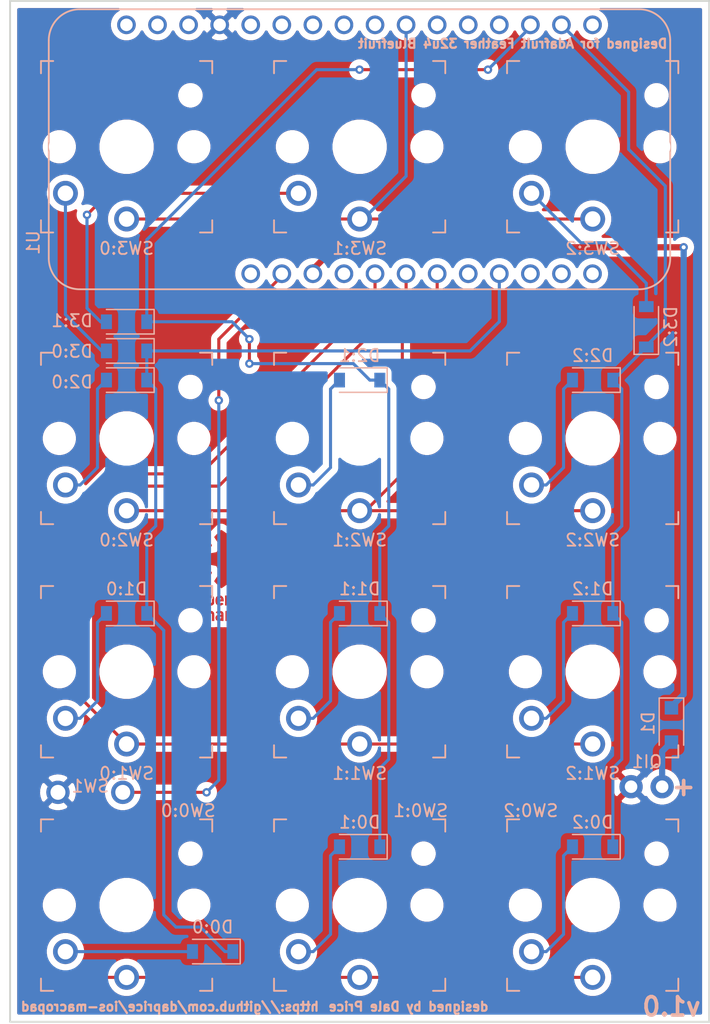
<source format=kicad_pcb>
(kicad_pcb (version 20171130) (host pcbnew "(5.1.4-0-10_14)")
  (layers (0 F.Cu signal) (31 B.Cu signal) (34 B.Paste user) (35 F.Paste user) (36 B.SilkS user) (37 F.SilkS user) (38 B.Mask user) (39 F.Mask user) (44 Edge.Cuts user))
  (net 0 "")
  (net 1 /COL0)
  (net 2 "Net-(D0:0-Pad2)")
  (net 3 /COL1)
  (net 4 "Net-(D0:1-Pad2)")
  (net 5 /COL2)
  (net 6 "Net-(D0:2-Pad2)")
  (net 7 /5V_USB)
  (net 8 "Net-(D1-Pad2)")
  (net 9 "Net-(D1:0-Pad2)")
  (net 10 "Net-(D1:1-Pad2)")
  (net 11 "Net-(D1:2-Pad2)")
  (net 12 "Net-(D2:0-Pad2)")
  (net 13 "Net-(D2:1-Pad2)")
  (net 14 "Net-(D2:2-Pad2)")
  (net 15 "Net-(D3:0-Pad2)")
  (net 16 "Net-(D3:1-Pad2)")
  (net 17 "Net-(D3:2-Pad2)")
  (net 18 GND)
  (net 19 /ROW0)
  (net 20 /ROW1)
  (net 21 /ROW2)
  (net 22 /ROW3)
  (net 23 "Net-(U1-Pad1)")
  (net 24 "Net-(SW1-Pad2)")
  (net 25 "Net-(U1-Pad4)")
  (net 26 "Net-(U1-Pad10)")
  (net 27 "Net-(U1-Pad11)")
  (net 28 "Net-(U1-Pad12)")
  (net 29 "Net-(U1-Pad13)")
  (net 30 "Net-(U1-Pad16)")
  (net 31 "Net-(U1-Pad17)")
  (net 32 "Net-(U1-Pad18)")
  (net 33 "Net-(U1-Pad20)")
  (net 34 "Net-(U1-Pad21)")
  (net 35 "Net-(U1-Pad22)")
  (net 36 "Net-(U1-Pad23)")
  (net 37 "Net-(U1-Pad24)")
  (net 38 "Net-(U1-Pad26)")
  (net 39 "Net-(U1-Pad27)")
  (net 40 "Net-(U1-Pad28)")
  (net 41 "Net-(U1-Pad8)")
  (module imacro:Feather32u4Bluefruit (layer B.Cu) (at 100 64.5)
    (fp_text reference U1 (at -26.67 7.62 270) (layer B.SilkS) (effects (justify mirror)))
    (fp_text value Feather32u4Bluefruit)
    (pad 1 thru_hole circle (at -8.89 10.16) (size 1.524 1.524) (drill 1.02) (layers *.Cu *.Mask) (net 23 "Net-(U1-Pad1)"))
    (pad 2 thru_hole circle (at -6.35 10.16) (size 1.524 1.524) (drill 1.02) (layers *.Cu *.Mask) (net 24 "Net-(SW1-Pad2)"))
    (pad 3 thru_hole circle (at -3.81 10.16) (size 1.524 1.524) (drill 1.02) (layers *.Cu *.Mask) (net 7 /5V_USB))
    (pad 4 thru_hole circle (at -1.27 10.16) (size 1.524 1.524) (drill 1.02) (layers *.Cu *.Mask) (net 25 "Net-(U1-Pad4)"))
    (pad 5 thru_hole circle (at 1.27 10.16) (size 1.524 1.524) (drill 1.02) (layers *.Cu *.Mask) (net 19 /ROW0))
    (pad 6 thru_hole circle (at 3.81 10.16) (size 1.524 1.524) (drill 1.02) (layers *.Cu *.Mask) (net 20 /ROW1))
    (pad 7 thru_hole circle (at 6.35 10.16) (size 1.524 1.524) (drill 1.02) (layers *.Cu *.Mask) (net 21 /ROW2))
    (pad 8 thru_hole circle (at 8.89 10.16) (size 1.524 1.524) (drill 1.02) (layers *.Cu *.Mask) (net 41 "Net-(U1-Pad8)"))
    (pad 9 thru_hole circle (at 11.43 10.16) (size 1.524 1.524) (drill 1.02) (layers *.Cu *.Mask) (net 1 /COL0))
    (pad 10 thru_hole circle (at 13.97 10.16) (size 1.524 1.524) (drill 1.02) (layers *.Cu *.Mask) (net 26 "Net-(U1-Pad10)"))
    (pad 11 thru_hole circle (at 16.51 10.16) (size 1.524 1.524) (drill 1.02) (layers *.Cu *.Mask) (net 27 "Net-(U1-Pad11)"))
    (pad 12 thru_hole circle (at 19.05 10.16) (size 1.524 1.524) (drill 1.02) (layers *.Cu *.Mask) (net 28 "Net-(U1-Pad12)"))
    (pad 13 thru_hole circle (at 19.05 -10.16) (size 1.524 1.524) (drill 1.02) (layers *.Cu *.Mask) (net 29 "Net-(U1-Pad13)"))
    (pad 14 thru_hole circle (at 16.51 -10.16) (size 1.524 1.524) (drill 1.02) (layers *.Cu *.Mask) (net 5 /COL2))
    (pad 15 thru_hole circle (at 13.97 -10.16) (size 1.524 1.524) (drill 1.02) (layers *.Cu *.Mask) (net 3 /COL1))
    (pad 16 thru_hole circle (at 11.43 -10.16) (size 1.524 1.524) (drill 1.02) (layers *.Cu *.Mask) (net 30 "Net-(U1-Pad16)"))
    (pad 17 thru_hole circle (at 8.89 -10.16) (size 1.524 1.524) (drill 1.02) (layers *.Cu *.Mask) (net 31 "Net-(U1-Pad17)"))
    (pad 18 thru_hole circle (at 6.35 -10.16) (size 1.524 1.524) (drill 1.02) (layers *.Cu *.Mask) (net 32 "Net-(U1-Pad18)"))
    (pad 19 thru_hole circle (at 3.81 -10.16) (size 1.524 1.524) (drill 1.02) (layers *.Cu *.Mask) (net 22 /ROW3))
    (pad 20 thru_hole circle (at 1.27 -10.16) (size 1.524 1.524) (drill 1.02) (layers *.Cu *.Mask) (net 33 "Net-(U1-Pad20)"))
    (pad 21 thru_hole circle (at -1.27 -10.16) (size 1.524 1.524) (drill 1.02) (layers *.Cu *.Mask) (net 34 "Net-(U1-Pad21)"))
    (pad 22 thru_hole circle (at -3.81 -10.16) (size 1.524 1.524) (drill 1.02) (layers *.Cu *.Mask) (net 35 "Net-(U1-Pad22)"))
    (pad 23 thru_hole circle (at -6.35 -10.16) (size 1.524 1.524) (drill 1.02) (layers *.Cu *.Mask) (net 36 "Net-(U1-Pad23)"))
    (pad 24 thru_hole circle (at -8.89 -10.16) (size 1.524 1.524) (drill 1.02) (layers *.Cu *.Mask) (net 37 "Net-(U1-Pad24)"))
    (pad 25 thru_hole circle (at -11.43 -10.16) (size 1.524 1.524) (drill 1.02) (layers *.Cu *.Mask) (net 18 GND))
    (pad 26 thru_hole circle (at -13.97 -10.16) (size 1.524 1.524) (drill 1.02) (layers *.Cu *.Mask) (net 38 "Net-(U1-Pad26)"))
    (pad 27 thru_hole circle (at -16.51 -10.16) (size 1.524 1.524) (drill 1.02) (layers *.Cu *.Mask) (net 39 "Net-(U1-Pad27)"))
    (pad 28 thru_hole circle (at -19.05 -10.16) (size 1.524 1.524) (drill 1.02) (layers *.Cu *.Mask) (net 40 "Net-(U1-Pad28)"))
  )
  (module Diodes_SMD:D_SOD-123 (layer B.Cu) (at 123.444 78.994 90)
    (fp_text reference D3:2 (at 0 2 90) (layer B.SilkS) (effects (justify mirror)))
    (fp_text value 1N4148)
    (pad 1 smd rect (at -1.65 0 90) (size 0.9 1.2) (layers B.Cu B.Paste B.Mask) (net 5 /COL2))
    (pad 2 smd rect (at 1.65 0 90) (size 0.9 1.2) (layers B.Cu B.Paste B.Mask) (net 17 "Net-(D3:2-Pad2)"))
  )
  (module Diodes_SMD:D_SOD-123 (layer B.Cu) (at 80.9625 78.58125 180)
    (fp_text reference D3:1 (at 4.4625 0.08125 180) (layer B.SilkS) (effects (justify mirror)))
    (fp_text value 1N4148)
    (pad 1 smd rect (at -1.65 0 180) (size 0.9 1.2) (layers B.Cu B.Paste B.Mask) (net 3 /COL1))
    (pad 2 smd rect (at 1.65 0 180) (size 0.9 1.2) (layers B.Cu B.Paste B.Mask) (net 16 "Net-(D3:1-Pad2)"))
  )
  (module Diodes_SMD:D_SOD-123 (layer B.Cu) (at 80.9625 80.9625 180)
    (fp_text reference D3:0 (at 4.4625 -0.0375 180) (layer B.SilkS) (effects (justify mirror)))
    (fp_text value 1N4148)
    (pad 1 smd rect (at -1.65 0 180) (size 0.9 1.2) (layers B.Cu B.Paste B.Mask) (net 1 /COL0))
    (pad 2 smd rect (at 1.65 0 180) (size 0.9 1.2) (layers B.Cu B.Paste B.Mask) (net 15 "Net-(D3:0-Pad2)"))
  )
  (module Diodes_SMD:D_SOD-123 (layer B.Cu) (at 119.0625 83.34375 180)
    (fp_text reference D2:2 (at 0 2 180) (layer B.SilkS) (effects (justify mirror)))
    (fp_text value 1N4148)
    (pad 1 smd rect (at -1.65 0 180) (size 0.9 1.2) (layers B.Cu B.Paste B.Mask) (net 5 /COL2))
    (pad 2 smd rect (at 1.65 0 180) (size 0.9 1.2) (layers B.Cu B.Paste B.Mask) (net 14 "Net-(D2:2-Pad2)"))
  )
  (module Diodes_SMD:D_SOD-123 (layer B.Cu) (at 100.0125 83.34375 180)
    (fp_text reference D2:1 (at 0 2 180) (layer B.SilkS) (effects (justify mirror)))
    (fp_text value 1N4148)
    (pad 1 smd rect (at -1.65 0 180) (size 0.9 1.2) (layers B.Cu B.Paste B.Mask) (net 3 /COL1))
    (pad 2 smd rect (at 1.65 0 180) (size 0.9 1.2) (layers B.Cu B.Paste B.Mask) (net 13 "Net-(D2:1-Pad2)"))
  )
  (module Diodes_SMD:D_SOD-123 (layer B.Cu) (at 80.9625 83.34375 180)
    (fp_text reference D2:0 (at 4.4625 -0.15625 180) (layer B.SilkS) (effects (justify mirror)))
    (fp_text value 1N4148)
    (pad 1 smd rect (at -1.65 0 180) (size 0.9 1.2) (layers B.Cu B.Paste B.Mask) (net 1 /COL0))
    (pad 2 smd rect (at 1.65 0 180) (size 0.9 1.2) (layers B.Cu B.Paste B.Mask) (net 12 "Net-(D2:0-Pad2)"))
  )
  (module Diodes_SMD:D_SOD-123 (layer B.Cu) (at 119.0625 102.39375 180)
    (fp_text reference D1:2 (at 0 2 180) (layer B.SilkS) (effects (justify mirror)))
    (fp_text value 1N4148)
    (pad 1 smd rect (at -1.65 0 180) (size 0.9 1.2) (layers B.Cu B.Paste B.Mask) (net 5 /COL2))
    (pad 2 smd rect (at 1.65 0 180) (size 0.9 1.2) (layers B.Cu B.Paste B.Mask) (net 11 "Net-(D1:2-Pad2)"))
  )
  (module Diodes_SMD:D_SOD-123 (layer B.Cu) (at 100.0125 102.39375 180)
    (fp_text reference D1:1 (at 0 2 180) (layer B.SilkS) (effects (justify mirror)))
    (fp_text value 1N4148)
    (pad 1 smd rect (at -1.65 0 180) (size 0.9 1.2) (layers B.Cu B.Paste B.Mask) (net 3 /COL1))
    (pad 2 smd rect (at 1.65 0 180) (size 0.9 1.2) (layers B.Cu B.Paste B.Mask) (net 10 "Net-(D1:1-Pad2)"))
  )
  (module Diodes_SMD:D_SOD-123 (layer B.Cu) (at 80.9625 102.39375 180)
    (fp_text reference D1:0 (at 0 2 180) (layer B.SilkS) (effects (justify mirror)))
    (fp_text value 1N4148)
    (pad 1 smd rect (at -1.65 0 180) (size 0.9 1.2) (layers B.Cu B.Paste B.Mask) (net 1 /COL0))
    (pad 2 smd rect (at 1.65 0 180) (size 0.9 1.2) (layers B.Cu B.Paste B.Mask) (net 9 "Net-(D1:0-Pad2)"))
  )
  (module Diodes_SMD:D_SOD-123F (layer B.Cu) (at 125.5 111.5 270)
    (fp_text reference D1 (at -0.127 1.905 270) (layer B.SilkS) (effects (justify mirror)))
    (fp_text value MBR120)
    (pad 1 smd rect (at -1.4 0 270) (size 1.1 1.1) (layers B.Cu B.Paste B.Mask) (net 7 /5V_USB))
    (pad 2 smd rect (at 1.4 0 270) (size 1.1 1.1) (layers B.Cu B.Paste B.Mask) (net 8 "Net-(D1-Pad2)"))
  )
  (module Diodes_SMD:D_SOD-123 (layer B.Cu) (at 119.0625 121.44375 180)
    (fp_text reference D0:2 (at 0 2 180) (layer B.SilkS) (effects (justify mirror)))
    (fp_text value 1N4148)
    (pad 1 smd rect (at -1.65 0 180) (size 0.9 1.2) (layers B.Cu B.Paste B.Mask) (net 5 /COL2))
    (pad 2 smd rect (at 1.65 0 180) (size 0.9 1.2) (layers B.Cu B.Paste B.Mask) (net 6 "Net-(D0:2-Pad2)"))
  )
  (module Diodes_SMD:D_SOD-123 (layer B.Cu) (at 100.0125 121.44375 180)
    (fp_text reference D0:1 (at 0 2 180) (layer B.SilkS) (effects (justify mirror)))
    (fp_text value 1N4148)
    (pad 1 smd rect (at -1.65 0 180) (size 0.9 1.2) (layers B.Cu B.Paste B.Mask) (net 3 /COL1))
    (pad 2 smd rect (at 1.65 0 180) (size 0.9 1.2) (layers B.Cu B.Paste B.Mask) (net 4 "Net-(D0:1-Pad2)"))
  )
  (module Diodes_SMD:D_SOD-123 (layer B.Cu) (at 88 130 180)
    (fp_text reference D0:0 (at 0 2 180) (layer B.SilkS) (effects (justify mirror)))
    (fp_text value 1N4148)
    (pad 1 smd rect (at -1.65 0 180) (size 0.9 1.2) (layers B.Cu B.Paste B.Mask) (net 1 /COL0))
    (pad 2 smd rect (at 1.65 0 180) (size 0.9 1.2) (layers B.Cu B.Paste B.Mask) (net 2 "Net-(D0:0-Pad2)"))
  )
  (module Symbols:OSHW-Logo_7.5x8mm_Copper (layer F.Cu) (at 90.5 99)
    (fp_text reference REF*** hide)
    (fp_text value OSHW-Logo_7.5x8mm_Copper hide)
    (fp_poly (pts (xy -2.53664 1.952468) (xy -2.501408 1.969874) (xy -2.45796 2.000206) (xy -2.426294 2.033283) (xy -2.404606 2.074817) (xy -2.391097 2.130522) (xy -2.383962 2.206111) (xy -2.3814 2.307296) (xy -2.38125 2.350797) (xy -2.381688 2.446135) (xy -2.383504 2.514271) (xy -2.387455 2.561418) (xy -2.394298 2.59379) (xy -2.404789 2.6176) (xy -2.415704 2.633843) (xy -2.485381 2.702952) (xy -2.567434 2.744521) (xy -2.65595 2.757023) (xy -2.745019 2.738934) (xy -2.773237 2.726142) (xy -2.84079 2.690931) (xy -2.84079 3.2427) (xy -2.791488 3.217205) (xy -2.726527 3.19748) (xy -2.64668 3.192427) (xy -2.566948 3.201756) (xy -2.506735 3.222714) (xy -2.456792 3.262627) (xy -2.414119 3.319741) (xy -2.41091 3.325605) (xy -2.397378 3.353227) (xy -2.387495 3.381068) (xy -2.380691 3.414794) (xy -2.376399 3.460071) (xy -2.374049 3.522562) (xy -2.373072 3.607935) (xy -2.372895 3.70401) (xy -2.372895 4.010526) (xy -2.556711 4.010526) (xy -2.556711 3.445339) (xy -2.608125 3.402077) (xy -2.661534 3.367472) (xy -2.712112 3.36118) (xy -2.76297 3.377372) (xy -2.790075 3.393227) (xy -2.810249 3.41581) (xy -2.824597 3.44994) (xy -2.834224 3.500434) (xy -2.840237 3.572111) (xy -2.84374 3.669788) (xy -2.844974 3.734802) (xy -2.849145 4.002171) (xy -2.936875 4.007222) (xy -3.024606 4.012273) (xy -3.024606 2.353101) (xy -2.84079 2.353101) (xy -2.836104 2.4456) (xy -2.820312 2.509809) (xy -2.790817 2.549759) (xy -2.74502 2.56948) (xy -2.69875 2.573421) (xy -2.646372 2.568892) (xy -2.61161 2.551069) (xy -2.589872 2.527519) (xy -2.57276 2.502189) (xy -2.562573 2.473969) (xy -2.55804 2.434431) (xy -2.557891 2.375142) (xy -2.559416 2.325498) (xy -2.562919 2.25071) (xy -2.568133 2.201611) (xy -2.576913 2.170467) (xy -2.591114 2.149545) (xy -2.604516 2.137452) (xy -2.660513 2.111081) (xy -2.726789 2.106822) (xy -2.764844 2.115906) (xy -2.802523 2.148196) (xy -2.827481 2.211006) (xy -2.839578 2.303894) (xy -2.84079 2.353101) (xy -3.024606 2.353101) (xy -3.024606 1.938421) (xy -2.932698 1.938421) (xy -2.877517 1.940603) (xy -2.849048 1.948351) (xy -2.840794 1.963468) (xy -2.84079 1.963916) (xy -2.83696 1.97872) (xy -2.820067 1.977039) (xy -2.786481 1.960772) (xy -2.708222 1.935887) (xy -2.620173 1.933271) (xy -2.53664 1.952468)) (layer F.Cu) (width 0.01))
    (fp_poly (pts (xy -1.839543 3.198184) (xy -1.76093 3.21916) (xy -1.701084 3.25718) (xy -1.658853 3.306978) (xy -1.645725 3.32823) (xy -1.636032 3.350492) (xy -1.629256 3.37897) (xy -1.624877 3.418871) (xy -1.622376 3.475401) (xy -1.621232 3.553767) (xy -1.620928 3.659176) (xy -1.620922 3.687142) (xy -1.620922 4.010526) (xy -1.701132 4.010526) (xy -1.752294 4.006943) (xy -1.790123 3.997866) (xy -1.799601 3.992268) (xy -1.825512 3.982606) (xy -1.851976 3.992268) (xy -1.895548 4.00433) (xy -1.95884 4.009185) (xy -2.02899 4.007078) (xy -2.09314 3.998256) (xy -2.130593 3.986937) (xy -2.203067 3.940412) (xy -2.24836 3.875846) (xy -2.268722 3.79) (xy -2.268912 3.787796) (xy -2.267125 3.749713) (xy -2.105527 3.749713) (xy -2.091399 3.79303) (xy -2.068388 3.817408) (xy -2.022196 3.835845) (xy -1.961225 3.843205) (xy -1.899051 3.839583) (xy -1.849249 3.825074) (xy -1.835297 3.815765) (xy -1.810915 3.772753) (xy -1.804737 3.723857) (xy -1.804737 3.659605) (xy -1.897182 3.659605) (xy -1.985005 3.666366) (xy -2.051582 3.68552) (xy -2.092998 3.715376) (xy -2.105527 3.749713) (xy -2.267125 3.749713) (xy -2.26451 3.694004) (xy -2.233576 3.619847) (xy -2.175419 3.563767) (xy -2.16738 3.558665) (xy -2.132837 3.542055) (xy -2.090082 3.531996) (xy -2.030314 3.527107) (xy -1.95931 3.525983) (xy -1.804737 3.525921) (xy -1.804737 3.461125) (xy -1.811294 3.41085) (xy -1.828025 3.377169) (xy -1.829984 3.375376) (xy -1.867217 3.360642) (xy -1.92342 3.354931) (xy -1.985533 3.357737) (xy -2.04049 3.368556) (xy -2.073101 3.384782) (xy -2.090772 3.39778) (xy -2.109431 3.400262) (xy -2.135181 3.389613) (xy -2.174127 3.363218) (xy -2.23237 3.318465) (xy -2.237716 3.314273) (xy -2.234977 3.29876) (xy -2.212124 3.27296) (xy -2.177391 3.244289) (xy -2.13901 3.220166) (xy -2.126952 3.21447) (xy -2.082966 3.203103) (xy -2.018513 3.194995) (xy -1.946503 3.191743) (xy -1.943136 3.191736) (xy -1.839543 3.198184)) (layer F.Cu) (width 0.01))
    (fp_poly (pts (xy -1.320119 3.193486) (xy -1.295112 3.200982) (xy -1.28705 3.217451) (xy -1.286711 3.224886) (xy -1.285264 3.245594) (xy -1.275302 3.248845) (xy -1.248388 3.234648) (xy -1.232402 3.224948) (xy -1.181967 3.204175) (xy -1.121728 3.193904) (xy -1.058566 3.193114) (xy -0.999363 3.200786) (xy -0.950998 3.215898) (xy -0.920354 3.237432) (xy -0.914311 3.264366) (xy -0.917361 3.27166) (xy -0.939594 3.301937) (xy -0.97407 3.339175) (xy -0.980306 3.345195) (xy -1.013167 3.372875) (xy -1.04152 3.381818) (xy -1.081173 3.375576) (xy -1.097058 3.371429) (xy -1.146491 3.361467) (xy -1.181248 3.365947) (xy -1.2106 3.381746) (xy -1.237487 3.402949) (xy -1.25729 3.429614) (xy -1.271052 3.466827) (xy -1.279816 3.519673) (xy -1.284626 3.593237) (xy -1.286526 3.692605) (xy -1.286711 3.752601) (xy -1.286711 4.010526) (xy -1.453816 4.010526) (xy -1.453816 3.19171) (xy -1.370264 3.19171) (xy -1.320119 3.193486)) (layer F.Cu) (width 0.01))
    (fp_poly (pts (xy -0.267369 4.010526) (xy -0.359277 4.010526) (xy -0.412623 4.008962) (xy -0.440407 4.002485) (xy -0.45041 3.988418) (xy -0.451185 3.978906) (xy -0.452872 3.959832) (xy -0.46351 3.956174) (xy -0.491465 3.967932) (xy -0.513205 3.978906) (xy -0.596668 4.004911) (xy -0.687396 4.006416) (xy -0.761158 3.987021) (xy -0.829846 3.940165) (xy -0.882206 3.871004) (xy -0.910878 3.789427) (xy -0.911608 3.784866) (xy -0.915868 3.735101) (xy -0.917986 3.663659) (xy -0.917816 3.609626) (xy -0.73528 3.609626) (xy -0.731051 3.681441) (xy -0.721432 3.740634) (xy -0.70841 3.77406) (xy -0.659144 3.81974) (xy -0.60065 3.836115) (xy -0.540329 3.822873) (xy -0.488783 3.783373) (xy -0.469262 3.756807) (xy -0.457848 3.725106) (xy -0.452502 3.678832) (xy -0.451185 3.609328) (xy -0.453542 3.540499) (xy -0.459767 3.480026) (xy -0.468592 3.439556) (xy -0.470063 3.435929) (xy -0.505653 3.392802) (xy -0.5576 3.369124) (xy -0.615722 3.365301) (xy -0.66984 3.381738) (xy -0.709774 3.41884) (xy -0.713917 3.426222) (xy -0.726884 3.471239) (xy -0.733948 3.535967) (xy -0.73528 3.609626) (xy -0.917816 3.609626) (xy -0.917729 3.58223) (xy -0.916528 3.538405) (xy -0.908355 3.429988) (xy -0.89137 3.348588) (xy -0.863113 3.288412) (xy -0.821128 3.243666) (xy -0.780368 3.2174) (xy -0.723419 3.198935) (xy -0.652589 3.192602) (xy -0.580059 3.19776) (xy -0.518014 3.213769) (xy -0.485232 3.23292) (xy -0.451185 3.263732) (xy -0.451185 2.87421) (xy -0.267369 2.87421) (xy -0.267369 4.010526)) (layer F.Cu) (width 0.01))
    (fp_poly (pts (xy 0.37413 3.195104) (xy 0.44022 3.200066) (xy 0.526626 3.459079) (xy 0.613031 3.718092) (xy 0.640124 3.626184) (xy 0.656428 3.569384) (xy 0.677875 3.492625) (xy 0.701035 3.408251) (xy 0.71328 3.362993) (xy 0.759344 3.19171) (xy 0.949387 3.19171) (xy 0.892582 3.371349) (xy 0.864607 3.459704) (xy 0.830813 3.566281) (xy 0.79552 3.677454) (xy 0.764013 3.776579) (xy 0.69225 4.002171) (xy 0.537286 4.012253) (xy 0.49527 3.873528) (xy 0.469359 3.787351) (xy 0.441083 3.692347) (xy 0.416369 3.608441) (xy 0.415394 3.605102) (xy 0.396935 3.548248) (xy 0.380649 3.509456) (xy 0.369242 3.494787) (xy 0.366898 3.496483) (xy 0.358671 3.519225) (xy 0.343038 3.56794) (xy 0.321904 3.636502) (xy 0.29717 3.718785) (xy 0.283787 3.764046) (xy 0.211311 4.010526) (xy 0.057495 4.010526) (xy -0.065469 3.622006) (xy -0.100012 3.513022) (xy -0.131479 3.414048) (xy -0.158384 3.329736) (xy -0.179241 3.264734) (xy -0.192562 3.223692) (xy -0.196612 3.211701) (xy -0.193406 3.199423) (xy -0.168235 3.194046) (xy -0.115854 3.194584) (xy -0.107655 3.19499) (xy -0.010518 3.200066) (xy 0.0531 3.434013) (xy 0.076484 3.519333) (xy 0.097381 3.594335) (xy 0.113951 3.652507) (xy 0.124354 3.687337) (xy 0.126276 3.693016) (xy 0.134241 3.686486) (xy 0.150304 3.652654) (xy 0.172621 3.596127) (xy 0.199345 3.52151) (xy 0.221937 3.454107) (xy 0.308041 3.190143) (xy 0.37413 3.195104)) (layer F.Cu) (width 0.01))
    (fp_poly (pts (xy 1.379992 3.196673) (xy 1.450427 3.21378) (xy 1.470787 3.222844) (xy 1.510253 3.246583) (xy 1.540541 3.273321) (xy 1.562952 3.307699) (xy 1.578786 3.35436) (xy 1.589343 3.417946) (xy 1.595924 3.503099) (xy 1.599828 3.614462) (xy 1.60131 3.688849) (xy 1.606765 4.010526) (xy 1.51358 4.010526) (xy 1.457047 4.008156) (xy 1.427922 4.000055) (xy 1.420394 3.986451) (xy 1.41642 3.971741) (xy 1.398652 3.974554) (xy 1.37444 3.986348) (xy 1.313828 4.004427) (xy 1.235929 4.009299) (xy 1.153995 4.00133) (xy 1.081281 3.980889) (xy 1.074759 3.978051) (xy 1.008302 3.931365) (xy 0.964491 3.866464) (xy 0.944332 3.7906) (xy 0.945872 3.763344) (xy 1.110345 3.763344) (xy 1.124837 3.800024) (xy 1.167805 3.826309) (xy 1.237129 3.840417) (xy 1.274177 3.84229) (xy 1.335919 3.837494) (xy 1.37696 3.818858) (xy 1.386973 3.81) (xy 1.4141 3.761806) (xy 1.420394 3.718092) (xy 1.420394 3.659605) (xy 1.33893 3.659605) (xy 1.244234 3.664432) (xy 1.177813 3.679613) (xy 1.135846 3.7062) (xy 1.126449 3.718052) (xy 1.110345 3.763344) (xy 0.945872 3.763344) (xy 0.948829 3.711026) (xy 0.978985 3.634995) (xy 1.020131 3.583612) (xy 1.045052 3.561397) (xy 1.069448 3.546798) (xy 1.101191 3.537897) (xy 1.148152 3.532775) (xy 1.218204 3.529515) (xy 1.24599 3.528577) (xy 1.420394 3.522879) (xy 1.420138 3.470091) (xy 1.413384 3.414603) (xy 1.388964 3.381052) (xy 1.33963 3.359618) (xy 1.338306 3.359236) (xy 1.26836 3.350808) (xy 1.199914 3.361816) (xy 1.149047 3.388585) (xy 1.128637 3.401803) (xy 1.106654 3.399974) (xy 1.072826 3.380824) (xy 1.052961 3.367308) (xy 1.014106 3.338432) (xy 0.990038 3.316786) (xy 0.986176 3.310589) (xy 1.002079 3.278519) (xy 1.049065 3.240219) (xy 1.069473 3.227297) (xy 1.128143 3.205041) (xy 1.207212 3.192432) (xy 1.295041 3.1896) (xy 1.379992 3.196673)) (layer F.Cu) (width 0.01))
    (fp_poly (pts (xy 2.173167 3.191447) (xy 2.237408 3.204112) (xy 2.27398 3.222864) (xy 2.312453 3.254017) (xy 2.257717 3.323127) (xy 2.223969 3.364979) (xy 2.201053 3.385398) (xy 2.178279 3.388517) (xy 2.144956 3.378472) (xy 2.129314 3.372789) (xy 2.065542 3.364404) (xy 2.00714 3.382378) (xy 1.964264 3.422982) (xy 1.957299 3.435929) (xy 1.949713 3.470224) (xy 1.943859 3.533427) (xy 1.940011 3.62106) (xy 1.938443 3.72864) (xy 1.938421 3.743944) (xy 1.938421 4.010526) (xy 1.754605 4.010526) (xy 1.754605 3.19171) (xy 1.846513 3.19171) (xy 1.899507 3.193094) (xy 1.927115 3.199252) (xy 1.937324 3.213194) (xy 1.938421 3.226344) (xy 1.938421 3.260978) (xy 1.98245 3.226344) (xy 2.032937 3.202716) (xy 2.10076 3.191033) (xy 2.173167 3.191447)) (layer F.Cu) (width 0.01))
    (fp_poly (pts (xy 2.701193 3.196078) (xy 2.781068 3.216845) (xy 2.847962 3.259705) (xy 2.880351 3.291723) (xy 2.933445 3.367413) (xy 2.963873 3.455216) (xy 2.974327 3.56315) (xy 2.97438 3.571875) (xy 2.974473 3.659605) (xy 2.469534 3.659605) (xy 2.480298 3.705559) (xy 2.499732 3.747178) (xy 2.533745 3.790544) (xy 2.54086 3.797467) (xy 2.602003 3.834935) (xy 2.671729 3.841289) (xy 2.751987 3.816638) (xy 2.765592 3.81) (xy 2.807319 3.789819) (xy 2.835268 3.778321) (xy 2.840145 3.777258) (xy 2.857168 3.787583) (xy 2.889633 3.812845) (xy 2.906114 3.82665) (xy 2.940264 3.858361) (xy 2.951478 3.879299) (xy 2.943695 3.89856) (xy 2.939535 3.903827) (xy 2.911357 3.926878) (xy 2.864862 3.954892) (xy 2.832434 3.971246) (xy 2.740385 4.000059) (xy 2.638476 4.009395) (xy 2.541963 3.998332) (xy 2.514934 3.990412) (xy 2.431276 3.945581) (xy 2.369266 3.876598) (xy 2.328545 3.782794) (xy 2.308755 3.663498) (xy 2.306582 3.601118) (xy 2.312926 3.510298) (xy 2.473157 3.510298) (xy 2.488655 3.517012) (xy 2.530312 3.52228) (xy 2.590876 3.525389) (xy 2.631907 3.525921) (xy 2.705711 3.525408) (xy 2.752293 3.523006) (xy 2.777848 3.517422) (xy 2.788569 3.507361) (xy 2.790657 3.492763) (xy 2.776331 3.447796) (xy 2.740262 3.403353) (xy 2.692815 3.369242) (xy 2.645349 3.355288) (xy 2.580879 3.367666) (xy 2.52507 3.403452) (xy 2.486374 3.455033) (xy 2.473157 3.510298) (xy 2.312926 3.510298) (xy 2.315821 3.468866) (xy 2.344336 3.363498) (xy 2.392729 3.284178) (xy 2.461604 3.230071) (xy 2.551565 3.200343) (xy 2.6003 3.194618) (xy 2.701193 3.196078)) (layer F.Cu) (width 0.01))
    (fp_poly (pts (xy -3.373216 1.947104) (xy -3.285795 1.985754) (xy -3.21943 2.05029) (xy -3.174024 2.140812) (xy -3.149482 2.257418) (xy -3.147723 2.275624) (xy -3.146344 2.403984) (xy -3.164216 2.516496) (xy -3.20025 2.607688) (xy -3.219545 2.637022) (xy -3.286755 2.699106) (xy -3.37235 2.739316) (xy -3.46811 2.756003) (xy -3.565813 2.747517) (xy -3.640083 2.72138) (xy -3.703953 2.677335) (xy -3.756154 2.619587) (xy -3.757057 2.618236) (xy -3.778256 2.582593) (xy -3.792033 2.546752) (xy -3.800376 2.501519) (xy -3.805273 2.437701) (xy -3.807431 2.385368) (xy -3.808329 2.33791) (xy -3.641257 2.33791) (xy -3.639624 2.385154) (xy -3.633696 2.448046) (xy -3.623239 2.488407) (xy -3.604381 2.517122) (xy -3.586719 2.533896) (xy -3.524106 2.569016) (xy -3.458592 2.57371) (xy -3.397579 2.54844) (xy -3.367072 2.520124) (xy -3.345089 2.491589) (xy -3.332231 2.464284) (xy -3.326588 2.42875) (xy -3.326249 2.375524) (xy -3.327988 2.326506) (xy -3.331729 2.256482) (xy -3.337659 2.211064) (xy -3.348347 2.18144) (xy -3.366361 2.158797) (xy -3.380637 2.145855) (xy -3.440349 2.11186) (xy -3.504766 2.110165) (xy -3.558781 2.130301) (xy -3.60486 2.172352) (xy -3.632311 2.241428) (xy -3.641257 2.33791) (xy -3.808329 2.33791) (xy -3.809401 2.281299) (xy -3.806036 2.203468) (xy -3.795955 2.14493) (xy -3.777774 2.098737) (xy -3.75011 2.057942) (xy -3.739854 2.045828) (xy -3.675722 1.985474) (xy -3.606934 1.95022) (xy -3.522811 1.93545) (xy -3.481791 1.934243) (xy -3.373216 1.947104)) (layer F.Cu) (width 0.01))
    (fp_poly (pts (xy -1.802982 1.957027) (xy -1.78633 1.964866) (xy -1.728695 2.007086) (xy -1.674195 2.0687) (xy -1.633501 2.136543) (xy -1.621926 2.167734) (xy -1.611366 2.223449) (xy -1.605069 2.290781) (xy -1.604304 2.318585) (xy -1.604211 2.406316) (xy -2.10915 2.406316) (xy -2.098387 2.45227) (xy -2.071967 2.50662) (xy -2.025778 2.553591) (xy -1.970828 2.583848) (xy -1.935811 2.590131) (xy -1.888323 2.582506) (xy -1.831665 2.563383) (xy -1.812418 2.554584) (xy -1.741241 2.519036) (xy -1.680498 2.565367) (xy -1.645448 2.596703) (xy -1.626798 2.622567) (xy -1.625853 2.630158) (xy -1.642515 2.648556) (xy -1.67903 2.676515) (xy -1.712172 2.698327) (xy -1.801607 2.737537) (xy -1.901871 2.755285) (xy -2.001246 2.75067) (xy -2.080461 2.726551) (xy -2.16212 2.674884) (xy -2.220151 2.606856) (xy -2.256454 2.518843) (xy -2.272928 2.407216) (xy -2.274389 2.356138) (xy -2.268543 2.239091) (xy -2.267825 2.235686) (xy -2.100511 2.235686) (xy -2.095903 2.246662) (xy -2.076964 2.252715) (xy -2.037902 2.25531) (xy -1.972923 2.25591) (xy -1.947903 2.255921) (xy -1.871779 2.255014) (xy -1.823504 2.25172) (xy -1.79754 2.245181) (xy -1.788352 2.234537) (xy -1.788027 2.231119) (xy -1.798513 2.203956) (xy -1.824758 2.165903) (xy -1.836041 2.152579) (xy -1.877928 2.114896) (xy -1.921591 2.10008) (xy -1.945115 2.098842) (xy -2.008757 2.114329) (xy -2.062127 2.15593) (xy -2.095981 2.216353) (xy -2.096581 2.218322) (xy -2.100511 2.235686) (xy -2.267825 2.235686) (xy -2.249101 2.146928) (xy -2.214078 2.07319) (xy -2.171244 2.020848) (xy -2.092052 1.964092) (xy -1.99896 1.933762) (xy -1.899945 1.931021) (xy -1.802982 1.957027)) (layer F.Cu) (width 0.01))
    (fp_poly (pts (xy 0.018628 1.935547) (xy 0.081908 1.947548) (xy 0.147557 1.972648) (xy 0.154572 1.975848) (xy 0.204356 2.002026) (xy 0.238834 2.026353) (xy 0.249978 2.041937) (xy 0.239366 2.067353) (xy 0.213588 2.104853) (xy 0.202146 2.118852) (xy 0.154992 2.173954) (xy 0.094201 2.138086) (xy 0.036347 2.114192) (xy -0.0305 2.10142) (xy -0.094606 2.100613) (xy -0.144236 2.112615) (xy -0.156146 2.120105) (xy -0.178828 2.15445) (xy -0.181584 2.194013) (xy -0.164612 2.22492) (xy -0.154573 2.230913) (xy -0.12449 2.238357) (xy -0.071611 2.247106) (xy -0.006425 2.255467) (xy 0.0056 2.256778) (xy 0.110297 2.274888) (xy 0.186232 2.305651) (xy 0.236592 2.351907) (xy 0.264564 2.416497) (xy 0.273278 2.495387) (xy 0.26124 2.585065) (xy 0.222151 2.655486) (xy 0.155855 2.706777) (xy 0.062194 2.739067) (xy -0.041777 2.751807) (xy -0.126562 2.751654) (xy -0.195335 2.740083) (xy -0.242303 2.724109) (xy -0.30165 2.696275) (xy -0.356494 2.663973) (xy -0.375987 2.649755) (xy -0.426119 2.608835) (xy -0.305197 2.486477) (xy -0.236457 2.531967) (xy -0.167512 2.566133) (xy -0.093889 2.584004) (xy -0.023117 2.585889) (xy 0.037274 2.572101) (xy 0.079757 2.542949) (xy 0.093474 2.518352) (xy 0.091417 2.478904) (xy 0.05733 2.448737) (xy -0.008692 2.427906) (xy -0.081026 2.418279) (xy -0.192348 2.39991) (xy -0.275048 2.365254) (xy -0.330235 2.313297) (xy -0.359012 2.243023) (xy -0.362999 2.159707) (xy -0.343307 2.072681) (xy -0.298411 2.006902) (xy -0.227909 1.962068) (xy -0.131399 1.937879) (xy -0.0599 1.933137) (xy 0.018628 1.935547)) (layer F.Cu) (width 0.01))
    (fp_poly (pts (xy 0.811669 1.94831) (xy 0.896192 1.99434) (xy 0.962321 2.067006) (xy 0.993478 2.126106) (xy 1.006855 2.178305) (xy 1.015522 2.252719) (xy 1.019237 2.338442) (xy 1.017754 2.424569) (xy 1.010831 2.500193) (xy 1.002745 2.540584) (xy 0.975465 2.59584) (xy 0.92822 2.65453) (xy 0.871282 2.705852) (xy 0.814924 2.739005) (xy 0.81355 2.739531) (xy 0.743616 2.754018) (xy 0.660737 2.754377) (xy 0.581977 2.741188) (xy 0.551566 2.730617) (xy 0.473239 2.686201) (xy 0.417143 2.628007) (xy 0.380286 2.550965) (xy 0.35968 2.450001) (xy 0.355018 2.397116) (xy 0.355613 2.330663) (xy 0.534736 2.330663) (xy 0.54077 2.42763) (xy 0.558138 2.501523) (xy 0.58574 2.548736) (xy 0.605404 2.562237) (xy 0.655787 2.571651) (xy 0.715673 2.568864) (xy 0.767449 2.555316) (xy 0.781027 2.547862) (xy 0.816849 2.504451) (xy 0.840493 2.438014) (xy 0.850558 2.357161) (xy 0.845642 2.270502) (xy 0.834655 2.218349) (xy 0.803109 2.157951) (xy 0.753311 2.120197) (xy 0.693337 2.107143) (xy 0.631264 2.120849) (xy 0.583582 2.154372) (xy 0.558525 2.182031) (xy 0.5439 2.209294) (xy 0.536929 2.24619) (xy 0.534833 2.30275) (xy 0.534736 2.330663) (xy 0.355613 2.330663) (xy 0.356282 2.255994) (xy 0.379265 2.140271) (xy 0.423972 2.049941) (xy 0.490405 1.985) (xy 0.578565 1.945445) (xy 0.597495 1.940858) (xy 0.711266 1.93009) (xy 0.811669 1.94831)) (layer F.Cu) (width 0.01))
    (fp_poly (pts (xy 1.320131 2.198533) (xy 1.32171 2.321089) (xy 1.327481 2.414179) (xy 1.338991 2.481651) (xy 1.35779 2.527355) (xy 1.385426 2.555139) (xy 1.423448 2.568854) (xy 1.470526 2.572358) (xy 1.519832 2.568432) (xy 1.557283 2.554089) (xy 1.584428 2.525478) (xy 1.602815 2.478751) (xy 1.613993 2.410058) (xy 1.619511 2.31555) (xy 1.620921 2.198533) (xy 1.620921 1.938421) (xy 1.804736 1.938421) (xy 1.804736 2.740526) (xy 1.712828 2.740526) (xy 1.657422 2.738281) (xy 1.628891 2.730396) (xy 1.620921 2.715428) (xy 1.61612 2.702097) (xy 1.597014 2.704917) (xy 1.558504 2.723783) (xy 1.470239 2.752887) (xy 1.376623 2.750825) (xy 1.286921 2.719221) (xy 1.244204 2.694257) (xy 1.211621 2.667226) (xy 1.187817 2.633405) (xy 1.171439 2.588068) (xy 1.161131 2.526489) (xy 1.155541 2.443943) (xy 1.153312 2.335705) (xy 1.153026 2.252004) (xy 1.153026 1.938421) (xy 1.320131 1.938421) (xy 1.320131 2.198533)) (layer F.Cu) (width 0.01))
    (fp_poly (pts (xy 2.946576 1.945419) (xy 3.043395 1.986549) (xy 3.07389 2.006571) (xy 3.112865 2.03734) (xy 3.137331 2.061533) (xy 3.141578 2.069413) (xy 3.129584 2.086899) (xy 3.098887 2.11657) (xy 3.074312 2.137279) (xy 3.007046 2.191336) (xy 2.95393 2.146642) (xy 2.912884 2.117789) (xy 2.872863 2.107829) (xy 2.827059 2.110261) (xy 2.754324 2.128345) (xy 2.704256 2.165881) (xy 2.673829 2.226562) (xy 2.660017 2.314081) (xy 2.660013 2.314136) (xy 2.661208 2.411958) (xy 2.679772 2.48373) (xy 2.716804 2.532595) (xy 2.74205 2.549143) (xy 2.809097 2.569749) (xy 2.880709 2.569762) (xy 2.943015 2.549768) (xy 2.957763 2.54) (xy 2.99475 2.515047) (xy 3.023668 2.510958) (xy 3.054856 2.52953) (xy 3.089336 2.562887) (xy 3.143912 2.619196) (xy 3.083318 2.669142) (xy 2.989698 2.725513) (xy 2.884125 2.753293) (xy 2.773798 2.751282) (xy 2.701343 2.732862) (xy 2.616656 2.68731) (xy 2.548927 2.61565) (xy 2.518157 2.565066) (xy 2.493236 2.492488) (xy 2.480766 2.400569) (xy 2.48067 2.300948) (xy 2.49287 2.205267) (xy 2.51729 2.125169) (xy 2.521136 2.116956) (xy 2.578093 2.036413) (xy 2.655209 1.977771) (xy 2.74639 1.942247) (xy 2.845543 1.931057) (xy 2.946576 1.945419)) (layer F.Cu) (width 0.01))
    (fp_poly (pts (xy 3.558784 1.935554) (xy 3.601574 1.945949) (xy 3.683609 1.984013) (xy 3.753757 2.042149) (xy 3.802305 2.111852) (xy 3.808975 2.127502) (xy 3.818124 2.168496) (xy 3.824529 2.229138) (xy 3.82671 2.29043) (xy 3.82671 2.406316) (xy 3.584407 2.406316) (xy 3.484471 2.406693) (xy 3.414069 2.408987) (xy 3.369313 2.414938) (xy 3.346315 2.426285) (xy 3.341189 2.444771) (xy 3.350048 2.472136) (xy 3.365917 2.504155) (xy 3.410184 2.557592) (xy 3.471699 2.584215) (xy 3.546885 2.583347) (xy 3.632053 2.554371) (xy 3.705659 2.518611) (xy 3.766734 2.566904) (xy 3.82781 2.615197) (xy 3.770351 2.668285) (xy 3.693641 2.718445) (xy 3.599302 2.748688) (xy 3.497827 2.757151) (xy 3.399711 2.741974) (xy 3.383881 2.736824) (xy 3.297647 2.691791) (xy 3.233501 2.624652) (xy 3.190091 2.533405) (xy 3.166064 2.416044) (xy 3.165784 2.413529) (xy 3.163633 2.285627) (xy 3.172329 2.239997) (xy 3.342105 2.239997) (xy 3.357697 2.247013) (xy 3.400029 2.252388) (xy 3.462434 2.255457) (xy 3.501981 2.255921) (xy 3.575728 2.25563) (xy 3.62184 2.253783) (xy 3.6461 2.248912) (xy 3.654294 2.239555) (xy 3.652206 2.224245) (xy 3.650455 2.218322) (xy 3.62056 2.162668) (xy 3.573542 2.117815) (xy 3.532049 2.098105) (xy 3.476926 2.099295) (xy 3.421068 2.123875) (xy 3.374212 2.16457) (xy 3.346094 2.214108) (xy 3.342105 2.239997) (xy 3.172329 2.239997) (xy 3.185074 2.173133) (xy 3.227611 2.078727) (xy 3.288747 2.005088) (xy 3.365985 1.954893) (xy 3.45683 1.930822) (xy 3.558784 1.935554)) (layer F.Cu) (width 0.01))
    (fp_poly (pts (xy -1.002043 1.952226) (xy -0.960454 1.97209) (xy -0.920175 2.000784) (xy -0.88949 2.033809) (xy -0.867139 2.075931) (xy -0.851864 2.131915) (xy -0.842408 2.206528) (xy -0.837513 2.304535) (xy -0.835919 2.430702) (xy -0.835894 2.443914) (xy -0.835527 2.740526) (xy -1.019343 2.740526) (xy -1.019343 2.467081) (xy -1.019473 2.365777) (xy -1.020379 2.292353) (xy -1.022827 2.241271) (xy -1.027586 2.20699) (xy -1.035426 2.183971) (xy -1.047115 2.166673) (xy -1.063398 2.149581) (xy -1.120366 2.112857) (xy -1.182555 2.106042) (xy -1.241801 2.129261) (xy -1.262405 2.146543) (xy -1.27753 2.162791) (xy -1.28839 2.180191) (xy -1.29569 2.204212) (xy -1.300137 2.240322) (xy -1.302436 2.293988) (xy -1.303296 2.37068) (xy -1.303422 2.464043) (xy -1.303422 2.740526) (xy -1.487237 2.740526) (xy -1.487237 1.938421) (xy -1.395329 1.938421) (xy -1.340149 1.940603) (xy -1.31168 1.948351) (xy -1.303425 1.963468) (xy -1.303422 1.963916) (xy -1.299592 1.97872) (xy -1.282699 1.97704) (xy -1.249112 1.960773) (xy -1.172937 1.93684) (xy -1.0858 1.934178) (xy -1.002043 1.952226)) (layer F.Cu) (width 0.01))
    (fp_poly (pts (xy 2.391388 1.937645) (xy 2.448865 1.955206) (xy 2.485872 1.977395) (xy 2.497927 1.994942) (xy 2.494609 2.015742) (xy 2.473079 2.048419) (xy 2.454874 2.071562) (xy 2.417344 2.113402) (xy 2.389148 2.131005) (xy 2.365111 2.129856) (xy 2.293808 2.11171) (xy 2.241442 2.112534) (xy 2.198918 2.133098) (xy 2.184642 2.145134) (xy 2.138947 2.187483) (xy 2.138947 2.740526) (xy 1.955131 2.740526) (xy 1.955131 1.938421) (xy 2.047039 1.938421) (xy 2.102219 1.940603) (xy 2.130688 1.948351) (xy 2.138943 1.963468) (xy 2.138947 1.963916) (xy 2.142845 1.979749) (xy 2.160474 1.977684) (xy 2.184901 1.966261) (xy 2.23535 1.945005) (xy 2.276316 1.932216) (xy 2.329028 1.928938) (xy 2.391388 1.937645)) (layer F.Cu) (width 0.01))
    (fp_poly (pts (xy 0.500964 -3.601424) (xy 0.576513 -3.200678) (xy 1.134041 -2.970846) (xy 1.468465 -3.198252) (xy 1.562122 -3.261569) (xy 1.646782 -3.318104) (xy 1.718495 -3.365273) (xy 1.773311 -3.400498) (xy 1.80728 -3.421195) (xy 1.81653 -3.425658) (xy 1.833195 -3.41418) (xy 1.868806 -3.382449) (xy 1.919371 -3.334517) (xy 1.9809 -3.274438) (xy 2.049399 -3.206267) (xy 2.120879 -3.134055) (xy 2.191347 -3.061858) (xy 2.256811 -2.993727) (xy 2.31328 -2.933717) (xy 2.356763 -2.885881) (xy 2.383268 -2.854273) (xy 2.389605 -2.843695) (xy 2.380486 -2.824194) (xy 2.35492 -2.781469) (xy 2.315597 -2.719702) (xy 2.265203 -2.643069) (xy 2.206427 -2.555752) (xy 2.172368 -2.505948) (xy 2.110289 -2.415007) (xy 2.055126 -2.332941) (xy 2.009554 -2.263837) (xy 1.97625 -2.211778) (xy 1.95789 -2.18085) (xy 1.955131 -2.17435) (xy 1.961385 -2.155879) (xy 1.978434 -2.112828) (xy 2.003703 -2.051251) (xy 2.034622 -1.977201) (xy 2.068618 -1.89673) (xy 2.103118 -1.815893) (xy 2.135551 -1.740742) (xy 2.163343 -1.677329) (xy 2.183923 -1.631707) (xy 2.194719 -1.609931) (xy 2.195356 -1.609074) (xy 2.212307 -1.604916) (xy 2.257451 -1.595639) (xy 2.32611 -1.582156) (xy 2.413602 -1.565379) (xy 2.51525 -1.546219) (xy 2.574556 -1.53517) (xy 2.683172 -1.51449) (xy 2.781277 -1.494811) (xy 2.863909 -1.477211) (xy 2.926104 -1.462767) (xy 2.962899 -1.452554) (xy 2.970296 -1.449314) (xy 2.97754 -1.427383) (xy 2.983385 -1.377853) (xy 2.987835 -1.306515) (xy 2.990893 -1.219161) (xy 2.992565 -1.121583) (xy 2.992853 -1.019574) (xy 2.991761 -0.918925) (xy 2.989294 -0.825428) (xy 2.985456 -0.744875) (xy 2.98025 -0.683058) (xy 2.973681 -0.64577) (xy 2.969741 -0.638007) (xy 2.946188 -0.628702) (xy 2.896282 -0.6154) (xy 2.826623 -0.599663) (xy 2.743813 -0.583054) (xy 2.714905 -0.577681) (xy 2.575531 -0.552152) (xy 2.465436 -0.531592) (xy 2.380982 -0.515185) (xy 2.31853 -0.502113) (xy 2.274444 -0.491559) (xy 2.245085 -0.482706) (xy 2.226815 -0.474737) (xy 2.215998 -0.466835) (xy 2.214485 -0.465273) (xy 2.199377 -0.440114) (xy 2.176329 -0.39115) (xy 2.147644 -0.324379) (xy 2.115622 -0.245795) (xy 2.082565 -0.161393) (xy 2.050773 -0.07717) (xy 2.022549 0.000879) (xy 2.000193 0.066759) (xy 1.986007 0.114473) (xy 1.982293 0.138027) (xy 1.982602 0.138852) (xy 1.995189 0.158104) (xy 2.023744 0.200463) (xy 2.065267 0.261521) (xy 2.116756 0.336868) (xy 2.175211 0.422096) (xy 2.191858 0.446315) (xy 2.251215 0.534123) (xy 2.303447 0.614238) (xy 2.345708 0.682062) (xy 2.375153 0.732993) (xy 2.388937 0.762431) (xy 2.389605 0.766048) (xy 2.378024 0.785057) (xy 2.346024 0.822714) (xy 2.297718 0.874973) (xy 2.23722 0.937786) (xy 2.168644 1.007106) (xy 2.096104 1.078885) (xy 2.023712 1.149077) (xy 1.955584 1.213635) (xy 1.895832 1.26851) (xy 1.848571 1.309656) (xy 1.817913 1.333026) (xy 1.809432 1.336842) (xy 1.789691 1.327855) (xy 1.749274 1.303616) (xy 1.694763 1.268209) (xy 1.652823 1.239711) (xy 1.576829 1.187418) (xy 1.486834 1.125845) (xy 1.396564 1.06437) (xy 1.348032 1.031469) (xy 1.183762 0.920359) (xy 1.045869 0.994916) (xy 0.983049 1.027578) (xy 0.929629 1.052966) (xy 0.893484 1.067446) (xy 0.884284 1.06946) (xy 0.873221 1.054584) (xy 0.851394 1.012547) (xy 0.820434 0.947227) (xy 0.78197 0.8625) (xy 0.737632 0.762245) (xy 0.689047 0.650339) (xy 0.637846 0.530659) (xy 0.585659 0.407084) (xy 0.534113 0.283491) (xy 0.48484 0.163757) (xy 0.439467 0.051759) (xy 0.399625 -0.048623) (xy 0.366942 -0.133514) (xy 0.343049 -0.199035) (xy 0.329574 -0.24131) (xy 0.327406 -0.255828) (xy 0.344583 -0.274347) (xy 0.38219 -0.30441) (xy 0.432366 -0.339768) (xy 0.436578 -0.342566) (xy 0.566264 -0.446375) (xy 0.670834 -0.567485) (xy 0.749381 -0.702024) (xy 0.800999 -0.846118) (xy 0.824782 -0.995895) (xy 0.819823 -1.147483) (xy 0.785217 -1.297008) (xy 0.720057 -1.4406) (xy 0.700886 -1.472016) (xy 0.601174 -1.598875) (xy 0.483377 -1.700745) (xy 0.351571 -1.777096) (xy 0.209833 -1.827398) (xy 0.062242 -1.851121) (xy -0.087127 -1.847735) (xy -0.234197 -1.816712) (xy -0.374889 -1.75752) (xy -0.505127 -1.669631) (xy -0.545414 -1.633958) (xy -0.647945 -1.522294) (xy -0.722659 -1.404743) (xy -0.77391 -1.27298) (xy -0.802454 -1.142493) (xy -0.8095 -0.995784) (xy -0.786004 -0.848347) (xy -0.734351 -0.705166) (xy -0.656929 -0.571223) (xy -0.556125 -0.451502) (xy -0.434324 -0.350986) (xy -0.418316 -0.340391) (xy -0.367602 -0.305694) (xy -0.32905 -0.27563) (xy -0.310619 -0.256435) (xy -0.310351 -0.255828) (xy -0.314308 -0.235064) (xy -0.329993 -0.187938) (xy -0.355778 -0.118327) (xy -0.390031 -0.030107) (xy -0.431123 0.072844) (xy -0.477424 0.18665) (xy -0.527304 0.307435) (xy -0.579133 0.431321) (xy -0.631281 0.554432) (xy -0.682118 0.672891) (xy -0.730013 0.782823) (xy -0.773338 0.880349) (xy -0.810462 0.961593) (xy -0.839756 1.022679) (xy -0.859588 1.05973) (xy -0.867574 1.06946) (xy -0.891979 1.061883) (xy -0.937642 1.04156) (xy -0.99669 1.012125) (xy -1.02916 0.994916) (xy -1.167053 0.920359) (xy -1.331323 1.031469) (xy -1.415179 1.08839) (xy -1.506987 1.15103) (xy -1.59302 1.210011) (xy -1.636113 1.239711) (xy -1.696723 1.28041) (xy -1.748045 1.312663) (xy -1.783385 1.332384) (xy -1.794863 1.336554) (xy -1.81157 1.325307) (xy -1.848546 1.293911) (xy -1.902205 1.245624) (xy -1.968962 1.183708) (xy -2.045234 1.111421) (xy -2.093473 1.065008) (xy -2.177867 0.982087) (xy -2.250803 0.90792) (xy -2.309331 0.84568) (xy -2.350503 0.798541) (xy -2.371372 0.769673) (xy -2.373374 0.763815) (xy -2.364083 0.741532) (xy -2.338409 0.696477) (xy -2.2992 0.633211) (xy -2.249303 0.556295) (xy -2.191567 0.470292) (xy -2.175149 0.446315) (xy -2.115323 0.35917) (xy -2.06165 0.28071) (xy -2.01713 0.215345) (xy -1.984765 0.167484) (xy -1.967555 0.141535) (xy -1.965893 0.138852) (xy -1.968379 0.118172) (xy -1.981577 0.072704) (xy -2.003186 0.008444) (xy -2.030904 -0.068613) (xy -2.06243 -0.152471) (xy -2.095463 -0.237134) (xy -2.127701 -0.316608) (xy -2.156843 -0.384896) (xy -2.180588 -0.436003) (xy -2.196635 -0.463933) (xy -2.197775 -0.465273) (xy -2.207588 -0.473255) (xy -2.224161 -0.481149) (xy -2.251132 -0.489771) (xy -2.292139 -0.499938) (xy -2.35082 -0.512469) (xy -2.430813 -0.528179) (xy -2.535755 -0.547887) (xy -2.669285 -0.572408) (xy -2.698196 -0.577681) (xy -2.783882 -0.594236) (xy -2.858582 -0.610431) (xy -2.915694 -0.624704) (xy -2.948617 -0.635492) (xy -2.953031 -0.638007) (xy -2.960306 -0.660304) (xy -2.966219 -0.710131) (xy -2.970766 -0.781696) (xy -2.973945 -0.869207) (xy -2.975749 -0.966872) (xy -2.976177 -1.068899) (xy -2.975223 -1.169497) (xy -2.972884 -1.262873) (xy -2.969156 -1.343235) (xy -2.964034 -1.404791) (xy -2.957516 -1.44175) (xy -2.953586 -1.449314) (xy -2.931708 -1.456944) (xy -2.881891 -1.469358) (xy -2.809097 -1.485478) (xy -2.718289 -1.504227) (xy -2.614431 -1.524529) (xy -2.557846 -1.53517) (xy -2.450486 -1.55524) (xy -2.354746 -1.57342) (xy -2.275306 -1.588801) (xy -2.216846 -1.600469) (xy -2.184045 -1.607512) (xy -2.178646 -1.609074) (xy -2.169522 -1.626678) (xy -2.150235 -1.669082) (xy -2.123355 -1.730228) (xy -2.091454 -1.804057) (xy -2.057102 -1.884511) (xy -2.022871 -1.965532) (xy -1.991331 -2.041063) (xy -1.965054 -2.105045) (xy -1.946611 -2.15142) (xy -1.938571 -2.174131) (xy -1.938422 -2.175124) (xy -1.947535 -2.193039) (xy -1.973086 -2.234267) (xy -2.012388 -2.294709) (xy -2.062757 -2.370269) (xy -2.121506 -2.456848) (xy -2.155658 -2.506579) (xy -2.21789 -2.597764) (xy -2.273164 -2.680551) (xy -2.318782 -2.750751) (xy -2.352048 -2.804176) (xy -2.370264 -2.836639) (xy -2.372895 -2.843917) (xy -2.361586 -2.860855) (xy -2.330319 -2.897022) (xy -2.28309 -2.948365) (xy -2.223892 -3.010833) (xy -2.156719 -3.080374) (xy -2.085566 -3.152935) (xy -2.014426 -3.224465) (xy -1.947293 -3.290913) (xy -1.888161 -3.348226) (xy -1.841025 -3.392353) (xy -1.809877 -3.419241) (xy -1.799457 -3.425658) (xy -1.782491 -3.416635) (xy -1.741911 -3.391285) (xy -1.681663 -3.35219) (xy -1.605693 -3.301929) (xy -1.517946 -3.243083) (xy -1.451756 -3.198252) (xy -1.117332 -2.970846) (xy -0.838567 -3.085762) (xy -0.559803 -3.200678) (xy -0.484254 -3.601424) (xy -0.408706 -4.002171) (xy 0.425415 -4.002171) (xy 0.500964 -3.601424)) (layer F.Cu) (width 0.01))
  )
  (module keyswitches:PG1350 (layer F.Cu) (at 80.9625 64.29375)
    (fp_text reference SW3:0 (at 0 8.3) (layer B.SilkS) (effects (justify mirror)))
    (fp_text value Choc)
    (pad "" np_thru_hole circle (at 0 0) (size 3.429 3.429) (drill 3.429) (layers *.Cu *.Mask))
    (pad 2 thru_hole circle (at -5 3.8) (size 2.032 2.032) (drill 1.27) (layers *.Cu *.Mask) (net 15 "Net-(D3:0-Pad2)"))
    (pad 1 thru_hole circle (at 0 5.9) (size 2.032 2.032) (drill 1.27) (layers *.Cu *.Mask) (net 22 /ROW3))
    (pad "" np_thru_hole circle (at 5.22 -4.2) (size 0.9906 0.9906) (drill 0.9906) (layers *.Cu *.Mask))
    (pad "" np_thru_hole circle (at 5.5 0) (size 1.7018 1.7018) (drill 1.7018) (layers *.Cu *.Mask))
    (pad "" np_thru_hole circle (at -5.5 0) (size 1.7018 1.7018) (drill 1.7018) (layers *.Cu *.Mask))
  )
  (module keyswitches:PG1350 (layer F.Cu) (at 100.0125 88.10625)
    (fp_text reference SW2:1 (at 0 8.3) (layer B.SilkS) (effects (justify mirror)))
    (fp_text value Choc)
    (pad "" np_thru_hole circle (at 0 0) (size 3.429 3.429) (drill 3.429) (layers *.Cu *.Mask))
    (pad 2 thru_hole circle (at -5 3.8) (size 2.032 2.032) (drill 1.27) (layers *.Cu *.Mask) (net 13 "Net-(D2:1-Pad2)"))
    (pad 1 thru_hole circle (at 0 5.9) (size 2.032 2.032) (drill 1.27) (layers *.Cu *.Mask) (net 21 /ROW2))
    (pad "" np_thru_hole circle (at 5.22 -4.2) (size 0.9906 0.9906) (drill 0.9906) (layers *.Cu *.Mask))
    (pad "" np_thru_hole circle (at 5.5 0) (size 1.7018 1.7018) (drill 1.7018) (layers *.Cu *.Mask))
    (pad "" np_thru_hole circle (at -5.5 0) (size 1.7018 1.7018) (drill 1.7018) (layers *.Cu *.Mask))
  )
  (module keyswitches:PG1350 (layer F.Cu) (at 80.9625 88.10625)
    (fp_text reference SW2:0 (at 0 8.3) (layer B.SilkS) (effects (justify mirror)))
    (fp_text value Choc)
    (pad "" np_thru_hole circle (at 0 0) (size 3.429 3.429) (drill 3.429) (layers *.Cu *.Mask))
    (pad 2 thru_hole circle (at -5 3.8) (size 2.032 2.032) (drill 1.27) (layers *.Cu *.Mask) (net 12 "Net-(D2:0-Pad2)"))
    (pad 1 thru_hole circle (at 0 5.9) (size 2.032 2.032) (drill 1.27) (layers *.Cu *.Mask) (net 21 /ROW2))
    (pad "" np_thru_hole circle (at 5.22 -4.2) (size 0.9906 0.9906) (drill 0.9906) (layers *.Cu *.Mask))
    (pad "" np_thru_hole circle (at 5.5 0) (size 1.7018 1.7018) (drill 1.7018) (layers *.Cu *.Mask))
    (pad "" np_thru_hole circle (at -5.5 0) (size 1.7018 1.7018) (drill 1.7018) (layers *.Cu *.Mask))
  )
  (module keyswitches:PG1350 (layer F.Cu) (at 80.9625 126.20625)
    (fp_text reference SW0:0 (at 5.0375 -7.70625) (layer B.SilkS) (effects (justify mirror)))
    (fp_text value Choc)
    (pad "" np_thru_hole circle (at 0 0) (size 3.429 3.429) (drill 3.429) (layers *.Cu *.Mask))
    (pad 2 thru_hole circle (at -5 3.8) (size 2.032 2.032) (drill 1.27) (layers *.Cu *.Mask) (net 2 "Net-(D0:0-Pad2)"))
    (pad 1 thru_hole circle (at 0 5.9) (size 2.032 2.032) (drill 1.27) (layers *.Cu *.Mask) (net 19 /ROW0))
    (pad "" np_thru_hole circle (at 5.22 -4.2) (size 0.9906 0.9906) (drill 0.9906) (layers *.Cu *.Mask))
    (pad "" np_thru_hole circle (at 5.5 0) (size 1.7018 1.7018) (drill 1.7018) (layers *.Cu *.Mask))
    (pad "" np_thru_hole circle (at -5.5 0) (size 1.7018 1.7018) (drill 1.7018) (layers *.Cu *.Mask))
  )
  (module keyswitches:PG1350 (layer F.Cu) (at 100.0125 126.20625)
    (fp_text reference SW0:1 (at 4.9875 -7.70625) (layer B.SilkS) (effects (justify mirror)))
    (fp_text value Choc)
    (pad "" np_thru_hole circle (at 0 0) (size 3.429 3.429) (drill 3.429) (layers *.Cu *.Mask))
    (pad 2 thru_hole circle (at -5 3.8) (size 2.032 2.032) (drill 1.27) (layers *.Cu *.Mask) (net 4 "Net-(D0:1-Pad2)"))
    (pad 1 thru_hole circle (at 0 5.9) (size 2.032 2.032) (drill 1.27) (layers *.Cu *.Mask) (net 19 /ROW0))
    (pad "" np_thru_hole circle (at 5.22 -4.2) (size 0.9906 0.9906) (drill 0.9906) (layers *.Cu *.Mask))
    (pad "" np_thru_hole circle (at 5.5 0) (size 1.7018 1.7018) (drill 1.7018) (layers *.Cu *.Mask))
    (pad "" np_thru_hole circle (at -5.5 0) (size 1.7018 1.7018) (drill 1.7018) (layers *.Cu *.Mask))
  )
  (module keyswitches:PG1350 (layer F.Cu) (at 119.0625 126.20625)
    (fp_text reference SW0:2 (at -5.0625 -7.70625) (layer B.SilkS) (effects (justify mirror)))
    (fp_text value Choc)
    (pad "" np_thru_hole circle (at 0 0) (size 3.429 3.429) (drill 3.429) (layers *.Cu *.Mask))
    (pad 2 thru_hole circle (at -5 3.8) (size 2.032 2.032) (drill 1.27) (layers *.Cu *.Mask) (net 6 "Net-(D0:2-Pad2)"))
    (pad 1 thru_hole circle (at 0 5.9) (size 2.032 2.032) (drill 1.27) (layers *.Cu *.Mask) (net 19 /ROW0))
    (pad "" np_thru_hole circle (at 5.22 -4.2) (size 0.9906 0.9906) (drill 0.9906) (layers *.Cu *.Mask))
    (pad "" np_thru_hole circle (at 5.5 0) (size 1.7018 1.7018) (drill 1.7018) (layers *.Cu *.Mask))
    (pad "" np_thru_hole circle (at -5.5 0) (size 1.7018 1.7018) (drill 1.7018) (layers *.Cu *.Mask))
  )
  (module keyswitches:PG1350 (layer F.Cu) (at 80.9625 107.15625)
    (fp_text reference SW1:0 (at 0 8.3) (layer B.SilkS) (effects (justify mirror)))
    (fp_text value Choc)
    (pad "" np_thru_hole circle (at 0 0) (size 3.429 3.429) (drill 3.429) (layers *.Cu *.Mask))
    (pad 2 thru_hole circle (at -5 3.8) (size 2.032 2.032) (drill 1.27) (layers *.Cu *.Mask) (net 9 "Net-(D1:0-Pad2)"))
    (pad 1 thru_hole circle (at 0 5.9) (size 2.032 2.032) (drill 1.27) (layers *.Cu *.Mask) (net 20 /ROW1))
    (pad "" np_thru_hole circle (at 5.22 -4.2) (size 0.9906 0.9906) (drill 0.9906) (layers *.Cu *.Mask))
    (pad "" np_thru_hole circle (at 5.5 0) (size 1.7018 1.7018) (drill 1.7018) (layers *.Cu *.Mask))
    (pad "" np_thru_hole circle (at -5.5 0) (size 1.7018 1.7018) (drill 1.7018) (layers *.Cu *.Mask))
  )
  (module keyswitches:PG1350 (layer F.Cu) (at 100.0125 107.15625)
    (fp_text reference SW1:1 (at 0 8.3) (layer B.SilkS) (effects (justify mirror)))
    (fp_text value Choc)
    (pad "" np_thru_hole circle (at 0 0) (size 3.429 3.429) (drill 3.429) (layers *.Cu *.Mask))
    (pad 2 thru_hole circle (at -5 3.8) (size 2.032 2.032) (drill 1.27) (layers *.Cu *.Mask) (net 10 "Net-(D1:1-Pad2)"))
    (pad 1 thru_hole circle (at 0 5.9) (size 2.032 2.032) (drill 1.27) (layers *.Cu *.Mask) (net 20 /ROW1))
    (pad "" np_thru_hole circle (at 5.22 -4.2) (size 0.9906 0.9906) (drill 0.9906) (layers *.Cu *.Mask))
    (pad "" np_thru_hole circle (at 5.5 0) (size 1.7018 1.7018) (drill 1.7018) (layers *.Cu *.Mask))
    (pad "" np_thru_hole circle (at -5.5 0) (size 1.7018 1.7018) (drill 1.7018) (layers *.Cu *.Mask))
  )
  (module keyswitches:PG1350 (layer F.Cu) (at 119.0625 107.15625)
    (fp_text reference SW1:2 (at 0 8.3) (layer B.SilkS) (effects (justify mirror)))
    (fp_text value Choc)
    (pad "" np_thru_hole circle (at 0 0) (size 3.429 3.429) (drill 3.429) (layers *.Cu *.Mask))
    (pad 2 thru_hole circle (at -5 3.8) (size 2.032 2.032) (drill 1.27) (layers *.Cu *.Mask) (net 11 "Net-(D1:2-Pad2)"))
    (pad 1 thru_hole circle (at 0 5.9) (size 2.032 2.032) (drill 1.27) (layers *.Cu *.Mask) (net 20 /ROW1))
    (pad "" np_thru_hole circle (at 5.22 -4.2) (size 0.9906 0.9906) (drill 0.9906) (layers *.Cu *.Mask))
    (pad "" np_thru_hole circle (at 5.5 0) (size 1.7018 1.7018) (drill 1.7018) (layers *.Cu *.Mask))
    (pad "" np_thru_hole circle (at -5.5 0) (size 1.7018 1.7018) (drill 1.7018) (layers *.Cu *.Mask))
  )
  (module keyswitches:PG1350 (layer F.Cu) (at 119.0625 88.10625)
    (fp_text reference SW2:2 (at 0 8.3) (layer B.SilkS) (effects (justify mirror)))
    (fp_text value Choc)
    (pad "" np_thru_hole circle (at 0 0) (size 3.429 3.429) (drill 3.429) (layers *.Cu *.Mask))
    (pad 2 thru_hole circle (at -5 3.8) (size 2.032 2.032) (drill 1.27) (layers *.Cu *.Mask) (net 14 "Net-(D2:2-Pad2)"))
    (pad 1 thru_hole circle (at 0 5.9) (size 2.032 2.032) (drill 1.27) (layers *.Cu *.Mask) (net 21 /ROW2))
    (pad "" np_thru_hole circle (at 5.22 -4.2) (size 0.9906 0.9906) (drill 0.9906) (layers *.Cu *.Mask))
    (pad "" np_thru_hole circle (at 5.5 0) (size 1.7018 1.7018) (drill 1.7018) (layers *.Cu *.Mask))
    (pad "" np_thru_hole circle (at -5.5 0) (size 1.7018 1.7018) (drill 1.7018) (layers *.Cu *.Mask))
  )
  (module keyswitches:PG1350 (layer F.Cu) (at 100.0125 64.29375)
    (fp_text reference SW3:1 (at 0 8.3) (layer B.SilkS) (effects (justify mirror)))
    (fp_text value Choc)
    (pad "" np_thru_hole circle (at 0 0) (size 3.429 3.429) (drill 3.429) (layers *.Cu *.Mask))
    (pad 2 thru_hole circle (at -5 3.8) (size 2.032 2.032) (drill 1.27) (layers *.Cu *.Mask) (net 16 "Net-(D3:1-Pad2)"))
    (pad 1 thru_hole circle (at 0 5.9) (size 2.032 2.032) (drill 1.27) (layers *.Cu *.Mask) (net 22 /ROW3))
    (pad "" np_thru_hole circle (at 5.22 -4.2) (size 0.9906 0.9906) (drill 0.9906) (layers *.Cu *.Mask))
    (pad "" np_thru_hole circle (at 5.5 0) (size 1.7018 1.7018) (drill 1.7018) (layers *.Cu *.Mask))
    (pad "" np_thru_hole circle (at -5.5 0) (size 1.7018 1.7018) (drill 1.7018) (layers *.Cu *.Mask))
  )
  (module keyswitches:PG1350 (layer F.Cu) (at 119.0625 64.29375)
    (fp_text reference SW3:2 (at 0 8.3) (layer B.SilkS) (effects (justify mirror)))
    (fp_text value Choc)
    (pad "" np_thru_hole circle (at 0 0) (size 3.429 3.429) (drill 3.429) (layers *.Cu *.Mask))
    (pad 2 thru_hole circle (at -5 3.8) (size 2.032 2.032) (drill 1.27) (layers *.Cu *.Mask) (net 17 "Net-(D3:2-Pad2)"))
    (pad 1 thru_hole circle (at 0 5.9) (size 2.032 2.032) (drill 1.27) (layers *.Cu *.Mask) (net 22 /ROW3))
    (pad "" np_thru_hole circle (at 5.22 -4.2) (size 0.9906 0.9906) (drill 0.9906) (layers *.Cu *.Mask))
    (pad "" np_thru_hole circle (at 5.5 0) (size 1.7018 1.7018) (drill 1.7018) (layers *.Cu *.Mask))
    (pad "" np_thru_hole circle (at -5.5 0) (size 1.7018 1.7018) (drill 1.7018) (layers *.Cu *.Mask))
  )
  (module imacro:QI_connector (layer B.Cu) (at 123.5 116.5 180)
    (fp_text reference QI1 (at 0 2) (layer B.SilkS) (effects (justify mirror)))
    (fp_text value QI_Receiver)
    (fp_text user + (at -2.921 0 180) (layer B.SilkS) (effects (justify mirror)))
    (pad 1 thru_hole circle (at -1.24 -0.04 180) (size 1.905 1.905) (drill 1.02) (layers *.Cu *.Mask) (net 8 "Net-(D1-Pad2)"))
    (pad 2 thru_hole circle (at 1.3 -0.04 180) (size 1.905 1.905) (drill 1.02) (layers *.Cu *.Mask) (net 18 GND))
  )
  (module imacro:GPTS_SPST_Pushbutton (layer B.Cu) (at 78 123)
    (fp_text reference SW1 (at 0 -6.5) (layer B.SilkS) (effects (justify mirror)))
    (fp_text value TOGGLE)
    (pad 1 thru_hole circle (at -2.65 -6) (size 1.905 1.905) (drill 1.2192) (layers *.Cu *.Mask) (net 18 GND))
    (pad 2 thru_hole circle (at 2.65 -6) (size 1.905 1.905) (drill 1.2192) (layers *.Cu *.Mask) (net 24 "Net-(SW1-Pad2)"))
  )
  (gr_text + (at 126.5 116.5) (layer B.SilkS) (effects (font (size 1.5 1.5) (thickness 0.3))))
  (gr_line (start 83.34375 52.3875) (end 71.4375 52.3875) (angle 90) (layer Edge.Cuts) (width 0.15))
  (gr_line (start 83.34375 52.3875) (end 128.5875 52.3875) (angle 90) (layer Edge.Cuts) (width 0.15))
  (gr_text https://github.com/daprice/ios-macropad (at 84.5 134.5) (layer B.SilkS) (effects (font (size 0.738 0.738) (thickness 0.1845)) (justify mirror)))
  (gr_text "designed by Dale Price" (at 104 134.5) (layer B.SilkS) (effects (font (size 0.738 0.738) (thickness 0.1845)) (justify mirror)))
  (gr_text v1.0 (at 125.5 134.5) (layer B.SilkS) (effects (font (size 1.5 1.5) (thickness 0.3)) (justify mirror)))
  (gr_text "Designed for Adafruit Feather 32u4 Bluefruit" (at 112.522 55.88) (layer B.SilkS) (effects (font (size 0.738 0.738) (thickness 0.1845)) (justify mirror)))
  (gr_line (start 128.5875 135.73125) (end 71.4375 135.73125) (angle 90) (layer Edge.Cuts) (width 0.15))
  (gr_line (start 128.5875 52.3875) (end 128.5875 135.73125) (angle 90) (layer Edge.Cuts) (width 0.15))
  (gr_line (start 71.4375 135.73125) (end 71.4375 52.3875) (angle 90) (layer Edge.Cuts) (width 0.15))
  (segment (start 84 103.78125) (end 82.6125 102.39375) (width 0.254) (layer B.Cu) (net 1))
  (segment (start 84 127) (end 84 103.78125) (width 0.254) (layer B.Cu) (net 1))
  (segment (start 85 128) (end 84 127) (width 0.254) (layer B.Cu) (net 1))
  (segment (start 87 128) (end 85 128) (width 0.254) (layer B.Cu) (net 1))
  (segment (start 89 130) (end 87 128) (width 0.254) (layer B.Cu) (net 1))
  (segment (start 89.65 130) (end 89 130) (width 0.254) (layer B.Cu) (net 1))
  (segment (start 111.43 74.66) (end 111.43 78.57) (width 0.254) (layer B.Cu) (net 1))
  (segment (start 109.0375 80.9625) (end 82.6125 80.9625) (width 0.254) (layer B.Cu) (net 1))
  (segment (start 111.43 78.57) (end 109.0375 80.9625) (width 0.254) (layer B.Cu) (net 1))
  (segment (start 82.6125 83.34375) (end 82.6125 80.9625) (width 0.254) (layer B.Cu) (net 1))
  (segment (start 82.6125 83.34375) (end 82.6125 82.8665) (width 0.254) (layer B.Cu) (net 1))
  (segment (start 82.6125 102.39375) (end 82.6125 95.98125) (width 0.25) (layer B.Cu) (net 1))
  (segment (start 83.34375 84.075) (end 82.6125 83.34375) (width 0.25) (layer B.Cu) (net 1))
  (segment (start 83.34375 95.25) (end 83.34375 84.075) (width 0.25) (layer B.Cu) (net 1))
  (segment (start 82.6125 95.98125) (end 83.34375 95.25) (width 0.25) (layer B.Cu) (net 1))
  (segment (start 75.9625 130.00625) (end 86.34375 130.00625) (width 0.254) (layer B.Cu) (net 2))
  (segment (start 86.34375 130.00625) (end 86.35 130) (width 0.254) (layer B.Cu) (net 2))
  (segment (start 86.65 130) (end 86.65 129.65) (width 0.254) (layer B.Cu) (net 2))
  (segment (start 82.6125 78.58125) (end 82.6125 71.8875) (width 0.254) (layer B.Cu) (net 3))
  (segment (start 110.5 58) (end 113.97 54.53) (width 0.254) (layer B.Cu) (net 3))
  (via (at 110.5 58) (size 0.6858) (drill 0.3302) (layers F.Cu B.Cu) (net 3))
  (segment (start 100 58) (end 110.5 58) (width 0.254) (layer F.Cu) (net 3))
  (via (at 100 58) (size 0.6858) (drill 0.3302) (layers F.Cu B.Cu) (net 3))
  (segment (start 96.5 58) (end 100 58) (width 0.254) (layer B.Cu) (net 3))
  (segment (start 82.6125 71.8875) (end 96.5 58) (width 0.254) (layer B.Cu) (net 3))
  (segment (start 113.97 54.53) (end 113.97 54.34) (width 0.254) (layer B.Cu) (net 3))
  (segment (start 101.6625 83.34375) (end 100.84375 83.34375) (width 0.254) (layer B.Cu) (net 3))
  (segment (start 89.58125 78.58125) (end 82.6125 78.58125) (width 0.254) (layer B.Cu) (net 3))
  (segment (start 91 80) (end 89.58125 78.58125) (width 0.254) (layer B.Cu) (net 3))
  (via (at 91 80) (size 0.6858) (drill 0.3302) (layers F.Cu B.Cu) (net 3))
  (segment (start 91 82) (end 91 80) (width 0.254) (layer F.Cu) (net 3))
  (via (at 91 82) (size 0.6858) (drill 0.3302) (layers F.Cu B.Cu) (net 3))
  (segment (start 99.5 82) (end 91 82) (width 0.254) (layer B.Cu) (net 3))
  (segment (start 100.84375 83.34375) (end 99.5 82) (width 0.254) (layer B.Cu) (net 3))
  (segment (start 101.6625 102.39375) (end 101.6625 95.98125) (width 0.25) (layer B.Cu) (net 3))
  (segment (start 102.39375 84.075) (end 101.6625 83.34375) (width 0.25) (layer B.Cu) (net 3))
  (segment (start 102.39375 95.25) (end 102.39375 84.075) (width 0.25) (layer B.Cu) (net 3))
  (segment (start 101.6625 95.98125) (end 102.39375 95.25) (width 0.25) (layer B.Cu) (net 3))
  (segment (start 101.6625 121.44375) (end 101.6625 115.03125) (width 0.25) (layer B.Cu) (net 3))
  (segment (start 102.39375 103.125) (end 101.6625 102.39375) (width 0.25) (layer B.Cu) (net 3))
  (segment (start 102.39375 114.3) (end 102.39375 103.125) (width 0.25) (layer B.Cu) (net 3))
  (segment (start 101.6625 115.03125) (end 102.39375 114.3) (width 0.25) (layer B.Cu) (net 3))
  (segment (start 97.63125 122.175) (end 98.3625 121.44375) (width 0.25) (layer B.Cu) (net 4))
  (segment (start 97.63125 128.5875) (end 97.63125 122.175) (width 0.25) (layer B.Cu) (net 4))
  (segment (start 96.2125 130.00625) (end 97.63125 128.5875) (width 0.25) (layer B.Cu) (net 4))
  (segment (start 95.0125 130.00625) (end 96.2125 130.00625) (width 0.25) (layer B.Cu) (net 4))
  (segment (start 123.444 80.644) (end 123.444 80.556) (width 0.254) (layer B.Cu) (net 5))
  (segment (start 123.444 80.556) (end 125 79) (width 0.254) (layer B.Cu) (net 5))
  (segment (start 122 59.83) (end 116.51 54.34) (width 0.254) (layer B.Cu) (net 5))
  (segment (start 122 64.5) (end 122 59.83) (width 0.254) (layer B.Cu) (net 5))
  (segment (start 125 67.5) (end 122 64.5) (width 0.254) (layer B.Cu) (net 5))
  (segment (start 125 79) (end 125 67.5) (width 0.254) (layer B.Cu) (net 5))
  (segment (start 120.7125 83.34375) (end 120.74425 83.34375) (width 0.254) (layer B.Cu) (net 5))
  (segment (start 120.74425 83.34375) (end 123.444 80.644) (width 0.254) (layer B.Cu) (net 5))
  (segment (start 120.7125 102.39375) (end 120.7125 95.98125) (width 0.25) (layer B.Cu) (net 5))
  (segment (start 121.44375 84.075) (end 120.7125 83.34375) (width 0.25) (layer B.Cu) (net 5))
  (segment (start 121.44375 95.25) (end 121.44375 84.075) (width 0.25) (layer B.Cu) (net 5))
  (segment (start 120.7125 95.98125) (end 121.44375 95.25) (width 0.25) (layer B.Cu) (net 5))
  (segment (start 120.7125 121.44375) (end 120.7125 115.03125) (width 0.25) (layer B.Cu) (net 5))
  (segment (start 121.44375 103.125) (end 120.7125 102.39375) (width 0.25) (layer B.Cu) (net 5))
  (segment (start 121.44375 114.3) (end 121.44375 103.125) (width 0.25) (layer B.Cu) (net 5))
  (segment (start 120.7125 115.03125) (end 121.44375 114.3) (width 0.25) (layer B.Cu) (net 5))
  (segment (start 116.68125 122.175) (end 117.4125 121.44375) (width 0.25) (layer B.Cu) (net 6))
  (segment (start 116.68125 128.5875) (end 116.68125 122.175) (width 0.25) (layer B.Cu) (net 6))
  (segment (start 115.2625 130.00625) (end 116.68125 128.5875) (width 0.25) (layer B.Cu) (net 6))
  (segment (start 114.0625 130.00625) (end 115.2625 130.00625) (width 0.25) (layer B.Cu) (net 6))
  (segment (start 96.19 74.66) (end 96.19 74.31) (width 0.508) (layer F.Cu) (net 7))
  (segment (start 96.19 74.31) (end 98 72.5) (width 0.508) (layer F.Cu) (net 7))
  (segment (start 98 72.5) (end 126.5 72.5) (width 0.508) (layer F.Cu) (net 7))
  (via (at 126.5 72.5) (size 0.6858) (drill 0.3302) (layers F.Cu B.Cu) (net 7))
  (segment (start 126.5 72.5) (end 126.5 108) (width 0.508) (layer B.Cu) (net 7))
  (segment (start 126.5 108) (end 126.5 109) (width 0.508) (layer B.Cu) (net 7))
  (segment (start 126.5 109) (end 125.5 110) (width 0.508) (layer B.Cu) (net 7))
  (segment (start 125.5 110) (end 125.5 110.1) (width 0.508) (layer B.Cu) (net 7))
  (segment (start 125.5 110.1) (end 125.5 110) (width 0.254) (layer B.Cu) (net 7))
  (segment (start 96.2025 74.45375) (end 96.2025 74.00375) (width 0.254) (layer F.Cu) (net 7))
  (segment (start 124.74 116.54) (end 124.74 113.66) (width 0.508) (layer B.Cu) (net 8))
  (segment (start 124.74 113.66) (end 125.5 112.9) (width 0.508) (layer B.Cu) (net 8))
  (segment (start 75.9625 110.95625) (end 77.1625 110.95625) (width 0.25) (layer B.Cu) (net 9))
  (segment (start 78.58125 103.125) (end 79.3125 102.39375) (width 0.25) (layer B.Cu) (net 9))
  (segment (start 78.58125 109.5375) (end 78.58125 103.125) (width 0.25) (layer B.Cu) (net 9))
  (segment (start 77.1625 110.95625) (end 78.58125 109.5375) (width 0.25) (layer B.Cu) (net 9))
  (segment (start 95.0125 110.95625) (end 96.2125 110.95625) (width 0.25) (layer B.Cu) (net 10))
  (segment (start 97.63125 103.125) (end 98.3625 102.39375) (width 0.25) (layer B.Cu) (net 10))
  (segment (start 97.63125 109.5375) (end 97.63125 103.125) (width 0.25) (layer B.Cu) (net 10))
  (segment (start 96.2125 110.95625) (end 97.63125 109.5375) (width 0.25) (layer B.Cu) (net 10))
  (segment (start 114.0625 110.95625) (end 115.2625 110.95625) (width 0.25) (layer B.Cu) (net 11))
  (segment (start 116.68125 103.125) (end 117.4125 102.39375) (width 0.25) (layer B.Cu) (net 11))
  (segment (start 116.68125 109.5375) (end 116.68125 103.125) (width 0.25) (layer B.Cu) (net 11))
  (segment (start 115.2625 110.95625) (end 116.68125 109.5375) (width 0.25) (layer B.Cu) (net 11))
  (segment (start 75.9625 91.90625) (end 77.1625 91.90625) (width 0.25) (layer B.Cu) (net 12))
  (segment (start 78.58125 84.075) (end 79.3125 83.34375) (width 0.25) (layer B.Cu) (net 12))
  (segment (start 78.58125 90.4875) (end 78.58125 84.075) (width 0.25) (layer B.Cu) (net 12))
  (segment (start 77.1625 91.90625) (end 78.58125 90.4875) (width 0.25) (layer B.Cu) (net 12))
  (segment (start 95.0125 91.90625) (end 96.2125 91.90625) (width 0.25) (layer B.Cu) (net 13))
  (segment (start 97.63125 84.075) (end 98.3625 83.34375) (width 0.25) (layer B.Cu) (net 13))
  (segment (start 97.63125 90.4875) (end 97.63125 84.075) (width 0.25) (layer B.Cu) (net 13))
  (segment (start 96.2125 91.90625) (end 97.63125 90.4875) (width 0.25) (layer B.Cu) (net 13))
  (segment (start 114.0625 91.90625) (end 115.2625 91.90625) (width 0.25) (layer B.Cu) (net 14))
  (segment (start 116.68125 84.075) (end 117.4125 83.34375) (width 0.25) (layer B.Cu) (net 14))
  (segment (start 116.68125 90.4875) (end 116.68125 84.075) (width 0.25) (layer B.Cu) (net 14))
  (segment (start 115.2625 91.90625) (end 116.68125 90.4875) (width 0.25) (layer B.Cu) (net 14))
  (segment (start 79.3125 80.9625) (end 78.9305 80.9625) (width 0.254) (layer B.Cu) (net 15))
  (segment (start 78.9305 80.9625) (end 75.9625 77.9945) (width 0.254) (layer B.Cu) (net 15))
  (segment (start 75.9625 77.9945) (end 75.9625 68.09375) (width 0.254) (layer B.Cu) (net 15))
  (segment (start 79.3125 78.58125) (end 78.83525 78.58125) (width 0.254) (layer B.Cu) (net 16))
  (segment (start 79.48025 68.09375) (end 95.0125 68.09375) (width 0.254) (layer F.Cu) (net 16))
  (segment (start 77.724 69.85) (end 79.48025 68.09375) (width 0.254) (layer F.Cu) (net 16))
  (via (at 77.724 69.85) (size 0.6858) (drill 0.3302) (layers F.Cu B.Cu) (net 16))
  (segment (start 77.724 77.47) (end 77.724 69.85) (width 0.254) (layer B.Cu) (net 16))
  (segment (start 78.83525 78.58125) (end 77.724 77.47) (width 0.254) (layer B.Cu) (net 16))
  (segment (start 118.10475 72.136) (end 114.0625 68.09375) (width 0.254) (layer B.Cu) (net 17))
  (segment (start 120.142 72.136) (end 118.10475 72.136) (width 0.254) (layer B.Cu) (net 17))
  (segment (start 123.444 75.438) (end 120.142 72.136) (width 0.254) (layer B.Cu) (net 17))
  (segment (start 123.444 77.344) (end 123.444 75.438) (width 0.254) (layer B.Cu) (net 17))
  (segment (start 101.27 74.66) (end 101.27 76.73) (width 0.254) (layer F.Cu) (net 19))
  (segment (start 75.10625 132.10625) (end 80.9625 132.10625) (width 0.254) (layer F.Cu) (net 19))
  (segment (start 73 130) (end 75.10625 132.10625) (width 0.254) (layer F.Cu) (net 19))
  (segment (start 73 97.5) (end 73 130) (width 0.254) (layer F.Cu) (net 19))
  (segment (start 79.5 91) (end 73 97.5) (width 0.254) (layer F.Cu) (net 19))
  (segment (start 87 91) (end 79.5 91) (width 0.254) (layer F.Cu) (net 19))
  (segment (start 101.27 76.73) (end 87 91) (width 0.254) (layer F.Cu) (net 19))
  (segment (start 100.0125 132.10625) (end 119.0625 132.10625) (width 0.25) (layer F.Cu) (net 19))
  (segment (start 80.9625 132.10625) (end 100.0125 132.10625) (width 0.25) (layer F.Cu) (net 19))
  (segment (start 103.81 74.66) (end 103.81 76.69) (width 0.254) (layer F.Cu) (net 20))
  (segment (start 77.5 109.59375) (end 80.9625 113.05625) (width 0.254) (layer F.Cu) (net 20))
  (segment (start 77.5 94.5) (end 77.5 109.59375) (width 0.254) (layer F.Cu) (net 20))
  (segment (start 80 92) (end 77.5 94.5) (width 0.254) (layer F.Cu) (net 20))
  (segment (start 88.5 92) (end 80 92) (width 0.254) (layer F.Cu) (net 20))
  (segment (start 103.81 76.69) (end 88.5 92) (width 0.254) (layer F.Cu) (net 20))
  (segment (start 119.0625 112.7125) (end 119.0625 113.05625) (width 0.25) (layer F.Cu) (net 20))
  (segment (start 100.0125 113.05625) (end 80.9625 113.05625) (width 0.25) (layer F.Cu) (net 20))
  (segment (start 119.0625 113.05625) (end 100.0125 113.05625) (width 0.25) (layer F.Cu) (net 20))
  (segment (start 100.0125 94.00625) (end 100.49375 94.00625) (width 0.254) (layer F.Cu) (net 21))
  (segment (start 100.49375 94.00625) (end 103.5 91) (width 0.254) (layer F.Cu) (net 21))
  (segment (start 106.35 77.15) (end 106.35 74.66) (width 0.254) (layer F.Cu) (net 21))
  (segment (start 103.5 80) (end 106.35 77.15) (width 0.254) (layer F.Cu) (net 21))
  (segment (start 103.5 91) (end 103.5 80) (width 0.254) (layer F.Cu) (net 21))
  (segment (start 100.0125 94.00625) (end 119.0625 94.00625) (width 0.25) (layer F.Cu) (net 21))
  (segment (start 80.9625 94.00625) (end 100.0125 94.00625) (width 0.254) (layer F.Cu) (net 21))
  (segment (start 100.0125 70.19375) (end 100.30625 70.19375) (width 0.254) (layer B.Cu) (net 22))
  (segment (start 100.30625 70.19375) (end 103.81 66.69) (width 0.254) (layer B.Cu) (net 22))
  (segment (start 103.81 66.69) (end 103.81 54.34) (width 0.254) (layer B.Cu) (net 22))
  (segment (start 103.8225 54.8225) (end 103.8225 54.13375) (width 0.254) (layer F.Cu) (net 22))
  (segment (start 80.9625 70.19375) (end 100.0125 70.19375) (width 0.25) (layer F.Cu) (net 22))
  (segment (start 119.0625 70.19375) (end 100.0125 70.19375) (width 0.25) (layer F.Cu) (net 22))
  (segment (start 80.65 117) (end 87.5 117) (width 0.254) (layer F.Cu) (net 24))
  (segment (start 88.5 80) (end 93.65 74.85) (width 0.254) (layer F.Cu) (net 24))
  (segment (start 88.5 85) (end 88.5 80) (width 0.254) (layer F.Cu) (net 24))
  (via (at 88.5 85) (size 0.6858) (drill 0.3302) (layers F.Cu B.Cu) (net 24))
  (segment (start 88.5 116) (end 88.5 85) (width 0.254) (layer B.Cu) (net 24))
  (segment (start 87.5 117) (end 88.5 116) (width 0.254) (layer B.Cu) (net 24))
  (via (at 87.5 117) (size 0.6858) (drill 0.3302) (layers F.Cu B.Cu) (net 24))
  (segment (start 93.65 74.85) (end 93.65 74.66) (width 0.254) (layer F.Cu) (net 24))
  (segment (start 80.65 117) (end 80.65 116.65) (width 0.254) (layer F.Cu) (net 24))
  (zone (net 18) (net_name GND) (layer B.Cu) (connect_pads (clearance 0.508)) (min_thickness 0.254) (fill yes (arc_segments 16) (thermal_gap 0.508) (thermal_bridge_width 0.508))
    (polygon (pts (xy 128.5875 135.73125) (xy 71.4375 135.73125) (xy 71.4375 52.3875) (xy 128.5875 52.3875)))
  )
  (zone (net 18) (net_name GND) (layer F.Cu) (connect_pads (clearance 0.508)) (min_thickness 0.254) (fill yes (arc_segments 16) (thermal_gap 0.508) (thermal_bridge_width 0.508))
    (polygon (pts (xy 128.5875 135.73125) (xy 71.4375 135.73125) (xy 71.4375 52.3875) (xy 128.5875 52.3875)))
  )
)
</source>
